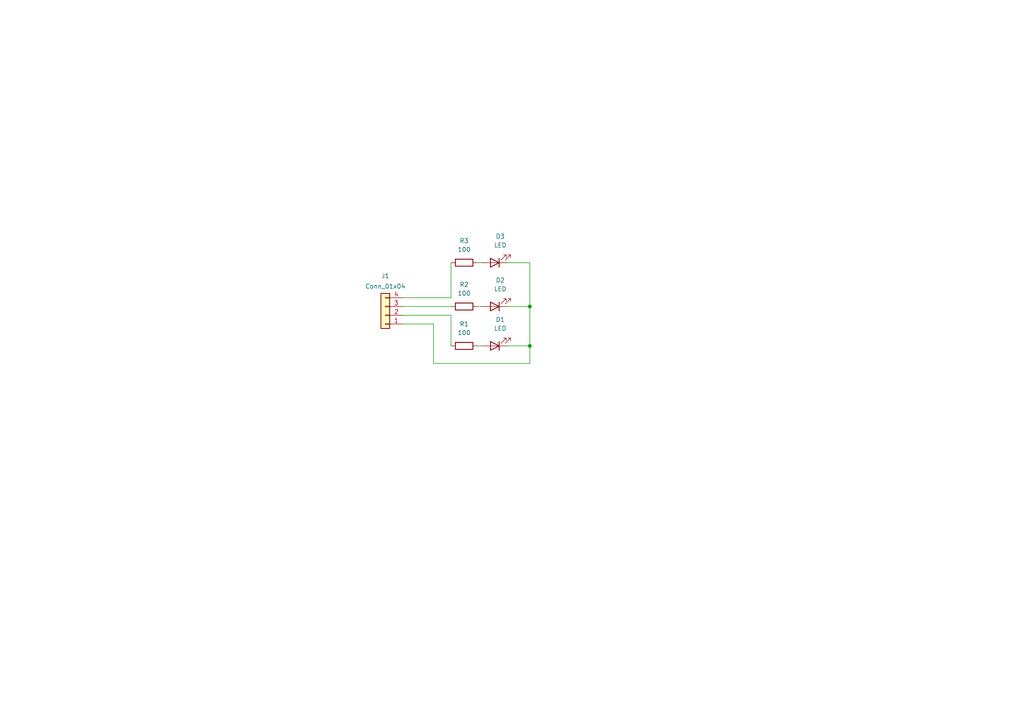
<source format=kicad_sch>
(kicad_sch (version 20231120) (generator "eeschema") (generator_version "8.0")
  (paper "A4")
  (lib_symbols
    (symbol "Connector_Generic:Conn_01x04" (pin_names (offset 1.016) hide)
      (property "Reference" "J" (at 0 5.08 0))
      (property "Value" "Conn_01x04" (at 0 -7.62 0))
      (symbol "Conn_01x04_1_1"
        (rectangle (start -1.27 -4.953) (end 0 -5.207) (stroke (width 0.1524)))
        (rectangle (start -1.27 -2.413) (end 0 -2.667) (stroke (width 0.1524)))
        (rectangle (start -1.27 0.127) (end 0 -0.127) (stroke (width 0.1524)))
        (rectangle (start -1.27 2.667) (end 0 2.413) (stroke (width 0.1524)))
        (rectangle (start -1.27 3.81) (end 1.27 -6.35) (stroke (width 0.254)) (fill (type background)))
        (pin passive line (at -5.08 2.54 0) (length 3.81) (name "Pin_1") (number "1"))
        (pin passive line (at -5.08 0 0) (length 3.81) (name "Pin_2") (number "2"))
        (pin passive line (at -5.08 -2.54 0) (length 3.81) (name "Pin_3") (number "3"))
        (pin passive line (at -5.08 -5.08 0) (length 3.81) (name "Pin_4") (number "4"))
      )
    )
    (symbol "Device:LED" (pin_numbers hide) (pin_names (offset 1.016) hide)
      (property "Reference" "D" (at 0 2.54 0))
      (property "Value" "LED" (at 0 -2.54 0))
      (symbol "LED_0_1"
        (polyline (pts (xy -1.27 -1.27) (xy -1.27 1.27)) (stroke (width 0.254)))
        (polyline (pts (xy -1.27 0) (xy 1.27 0)))
        (polyline (pts (xy 1.27 -1.27) (xy 1.27 1.27) (xy -1.27 0) (xy 1.27 -1.27)) (stroke (width 0.254)))
        (polyline (pts (xy -3.048 -0.762) (xy -4.572 -2.286) (xy -3.81 -2.286) (xy -4.572 -2.286) (xy -4.572 -1.524)))
        (polyline (pts (xy -1.778 -0.762) (xy -3.302 -2.286) (xy -2.54 -2.286) (xy -3.302 -2.286) (xy -3.302 -1.524)))
      )
      (symbol "LED_1_1"
        (pin passive line (at -3.81 0 0) (length 2.54) (name "K") (number "1"))
        (pin passive line (at 3.81 0 180) (length 2.54) (name "A") (number "2"))
      )
    )
    (symbol "Device:R" (pin_numbers hide) (pin_names (offset 0))
      (property "Reference" "R" (at 2.032 0 90))
      (property "Value" "R" (at 0 0 90))
      (symbol "R_0_1"
        (rectangle (start -1.016 -2.54) (end 1.016 2.54) (stroke (width 0.254)))
      )
      (symbol "R_1_1"
        (pin passive line (at 0 3.81 270) (length 1.27) (name "~") (number "1"))
        (pin passive line (at 0 -3.81 90) (length 1.27) (name "~") (number "2"))
      )
    )
  )
  (junction (at 153.67 100.33))
  (junction (at 153.67 88.9))
  (wire (pts (xy 138.43 88.9) (xy 139.7 88.9)))
  (wire (pts (xy 153.67 88.9) (xy 153.67 100.33)))
  (wire (pts (xy 130.81 100.33) (xy 130.81 91.44)))
  (wire (pts (xy 147.32 88.9) (xy 153.67 88.9)))
  (wire (pts (xy 130.81 76.2) (xy 130.81 86.36)))
  (wire (pts (xy 125.73 93.98) (xy 125.73 105.41)))
  (wire (pts (xy 125.73 105.41) (xy 153.67 105.41)))
  (wire (pts (xy 116.84 88.9) (xy 130.81 88.9)))
  (wire (pts (xy 153.67 76.2) (xy 153.67 88.9)))
  (wire (pts (xy 138.43 76.2) (xy 139.7 76.2)))
  (wire (pts (xy 147.32 100.33) (xy 153.67 100.33)))
  (wire (pts (xy 116.84 93.98) (xy 125.73 93.98)))
  (wire (pts (xy 130.81 91.44) (xy 116.84 91.44)))
  (wire (pts (xy 153.67 100.33) (xy 153.67 105.41)))
  (wire (pts (xy 130.81 86.36) (xy 116.84 86.36)))
  (wire (pts (xy 153.67 76.2) (xy 147.32 76.2)))
  (wire (pts (xy 138.43 100.33) (xy 139.7 100.33)))
  (symbol (lib_id "Device:LED") (at 143.51 100.33 180) (unit 1)
    (property "Reference" "D1" (at 145.0975 92.71 0))
    (property "Value" "LED" (at 145.0975 95.25 0))
    (property "Footprint" "LED_THT:LED_D3.0mm" (effects (hide yes)))
    (property "Description" "Green LED" (effects (hide yes)))
  )
  (symbol (lib_id "Device:LED") (at 143.51 88.9 180) (unit 1)
    (property "Reference" "D2" (at 145.0975 81.28 0))
    (property "Value" "LED" (at 145.0975 83.82 0))
    (property "Footprint" "LED_THT:LED_D3.0mm" (effects (hide yes)))
    (property "Description" "Yellow LED" (effects (hide yes)))
  )
  (symbol (lib_id "Device:R") (at 134.62 100.33 90) (unit 1)
    (property "Reference" "R1" (at 134.62 93.98 90))
    (property "Value" "100" (at 134.62 96.52 90))
    (property "Footprint" "Resistor_SMD:R_0805_2012Metric" (effects (hide yes)))
    (property "Description" "Resistor" (effects (hide yes)))
  )
  (symbol (lib_id "Device:LED") (at 143.51 76.2 180) (unit 1)
    (property "Reference" "D3" (at 145.0975 68.58 0))
    (property "Value" "LED" (at 145.0975 71.12 0))
    (property "Footprint" "LED_THT:LED_D3.0mm" (effects (hide yes)))
    (property "Description" "Red LED" (effects (hide yes)))
  )
  (symbol (lib_id "Connector_Generic:Conn_01x04") (at 111.76 91.44 180) (unit 1)
    (property "Reference" "J1" (at 111.76 80.01 0))
    (property "Value" "Conn_01x04" (at 111.76 83.058 0))
    (property "Footprint" "Connector_PinHeader_2.54mm:PinHeader_1x04_P2.54mm_Vertical" (effects (hide yes)))
    (property "Description" "Generic connector, single row, 01x04, script generated (kicad-library-utils/schlib/autogen/connector/)" (effects (hide yes)))
  )
  (symbol (lib_id "Device:R") (at 134.62 76.2 90) (unit 1)
    (property "Reference" "R3" (at 134.62 69.85 90))
    (property "Value" "100" (at 134.62 72.39 90))
    (property "Footprint" "Resistor_SMD:R_0805_2012Metric" (effects (hide yes)))
    (property "Description" "Resistor" (effects (hide yes)))
  )
  (symbol (lib_id "Device:R") (at 134.62 88.9 90) (unit 1)
    (property "Reference" "R2" (at 134.62 82.55 90))
    (property "Value" "100" (at 134.62 85.09 90))
    (property "Footprint" "Resistor_SMD:R_0805_2012Metric" (effects (hide yes)))
    (property "Description" "Resistor" (effects (hide yes)))
  )
)
</source>
